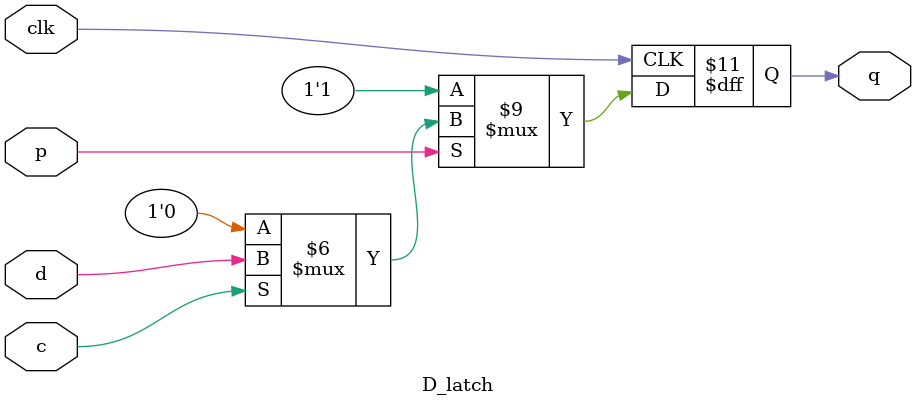
<source format=v>
module D_latch(clk, d, p, c, q);

// Assigning ports as input/output
input clk, d, p, c;
output reg q;

// Initializing the output
initial
	q <= 1'b0;

// D-Latch action
always @(posedge clk)
begin
	if (~p)
		q <= 1'b1;
	else if (~c)
		q <= 1'b0;
	else
		q <= d;
end

endmodule 

</source>
